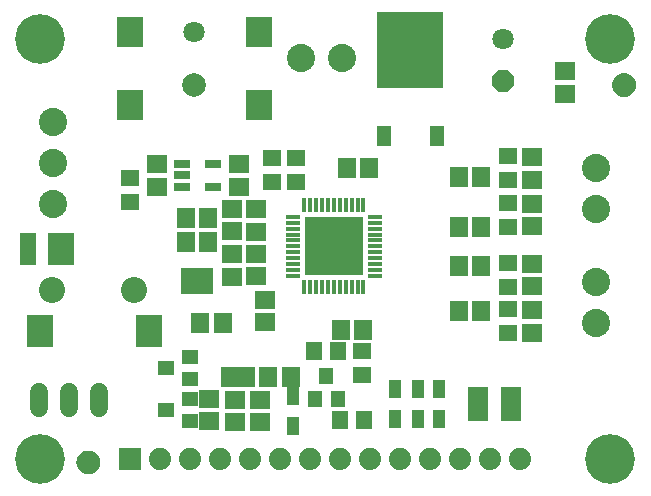
<source format=gbr>
G04 EAGLE Gerber RS-274X export*
G75*
%MOMM*%
%FSLAX34Y34*%
%LPD*%
%INSoldermask Top*%
%IPPOS*%
%AMOC8*
5,1,8,0,0,1.08239X$1,22.5*%
G01*
%ADD10R,4.903200X4.903200*%
%ADD11R,1.150000X0.300000*%
%ADD12R,0.300000X1.150000*%
%ADD13R,2.203200X2.603200*%
%ADD14C,1.803200*%
%ADD15C,2.003200*%
%ADD16C,2.387600*%
%ADD17R,5.603200X6.403200*%
%ADD18R,1.203200X1.803200*%
%ADD19R,1.403200X0.753200*%
%ADD20P,1.951982X8X292.500000*%
%ADD21C,1.803400*%
%ADD22R,1.703200X1.503200*%
%ADD23R,1.503200X1.703200*%
%ADD24R,1.503200X1.403200*%
%ADD25R,1.403200X1.503200*%
%ADD26C,1.524000*%
%ADD27R,1.651000X2.921000*%
%ADD28R,2.921000X1.651000*%
%ADD29R,1.003200X1.553200*%
%ADD30R,1.403200X1.203200*%
%ADD31R,1.203200X1.403200*%
%ADD32C,1.203200*%
%ADD33C,0.500000*%
%ADD34C,4.203200*%
%ADD35R,1.879600X1.879600*%
%ADD36C,1.879600*%
%ADD37R,2.203200X2.703200*%
%ADD38R,2.703200X2.203200*%
%ADD39R,1.403200X2.703200*%
%ADD40C,2.203200*%


D10*
X274000Y205740D03*
D11*
X308750Y180740D03*
X308750Y185740D03*
X308750Y190740D03*
X308750Y195740D03*
X308750Y200740D03*
X308750Y205740D03*
X308750Y210740D03*
X308750Y215740D03*
X308750Y220740D03*
X308750Y225740D03*
X308750Y230740D03*
X239250Y230740D03*
X239250Y225740D03*
X239250Y220740D03*
X239250Y215740D03*
X239250Y210740D03*
X239250Y205740D03*
X239250Y200740D03*
X239250Y195740D03*
X239250Y190740D03*
X239250Y185740D03*
X239250Y180740D03*
D12*
X249000Y170990D03*
X254000Y170990D03*
X259000Y170990D03*
X264000Y170990D03*
X269000Y170990D03*
X274000Y170990D03*
X279000Y170990D03*
X284000Y170990D03*
X289000Y170990D03*
X294000Y170990D03*
X299000Y170990D03*
X299000Y240490D03*
X294000Y240490D03*
X289000Y240490D03*
X284000Y240490D03*
X279000Y240490D03*
X274000Y240490D03*
X269000Y240490D03*
X264000Y240490D03*
X259000Y240490D03*
X254000Y240490D03*
X249000Y240490D03*
D13*
X210890Y387190D03*
X210890Y325190D03*
X100890Y325190D03*
X100890Y387190D03*
D14*
X155890Y387190D03*
D15*
X155890Y342190D03*
D16*
X245840Y365600D03*
X280840Y365600D03*
D17*
X338770Y372090D03*
D18*
X315970Y299090D03*
X361570Y299090D03*
D19*
X145559Y275420D03*
X145559Y265920D03*
X145559Y256420D03*
X171561Y256420D03*
X171561Y275420D03*
D20*
X416810Y346010D03*
D21*
X416810Y381570D03*
D22*
X124480Y256420D03*
X124480Y275420D03*
X469270Y353940D03*
X469270Y334940D03*
X193230Y275420D03*
X193230Y256420D03*
X215326Y160376D03*
X215326Y141376D03*
D23*
X379750Y189230D03*
X398750Y189230D03*
D24*
X421000Y171450D03*
X421000Y191770D03*
X421000Y132080D03*
X421000Y152400D03*
D23*
X379750Y151130D03*
X398750Y151130D03*
X379750Y222250D03*
X398750Y222250D03*
D24*
X421000Y242570D03*
X421000Y222250D03*
X421000Y281940D03*
X421000Y261620D03*
D23*
X379750Y264160D03*
X398750Y264160D03*
D22*
X441320Y262280D03*
X441320Y281280D03*
X441320Y241910D03*
X441320Y222910D03*
D16*
X495930Y272000D03*
X495930Y237000D03*
D22*
X207610Y237260D03*
X207610Y218260D03*
X207610Y180430D03*
X207610Y199430D03*
X188000Y237640D03*
X188000Y218640D03*
X187710Y199100D03*
X187710Y180100D03*
D24*
X242250Y260350D03*
X242250Y280670D03*
X221930Y260350D03*
X221930Y280670D03*
D23*
X148530Y230000D03*
X167530Y230000D03*
X148530Y209710D03*
X167530Y209710D03*
X237510Y95250D03*
X218510Y95250D03*
D22*
X441320Y151740D03*
X441320Y132740D03*
X441320Y172110D03*
X441320Y191110D03*
D16*
X495930Y175480D03*
X495930Y140480D03*
D25*
X257490Y117110D03*
X277810Y117110D03*
D26*
X24220Y82144D02*
X24220Y68936D01*
X75020Y68936D02*
X75020Y82144D01*
X49620Y82144D02*
X49620Y68936D01*
D27*
X423860Y72390D03*
X395920Y72390D03*
D28*
X192720Y95250D03*
D29*
X239710Y53340D03*
X239710Y78740D03*
X362900Y59690D03*
X362900Y85090D03*
X345120Y59690D03*
X345120Y85090D03*
X326070Y59690D03*
X326070Y85090D03*
D23*
X160950Y140650D03*
X179950Y140650D03*
D22*
X168590Y76810D03*
X168590Y57810D03*
X190180Y56810D03*
X190180Y75810D03*
X211770Y56810D03*
X211770Y75810D03*
D30*
X131920Y102870D03*
X151920Y112370D03*
X151920Y93370D03*
X131920Y67310D03*
X151920Y76810D03*
X151920Y57810D03*
D31*
X267650Y96360D03*
X277150Y76360D03*
X258150Y76360D03*
D24*
X298130Y96790D03*
X298130Y117110D03*
D25*
X299400Y58690D03*
X279080Y58690D03*
D32*
X519680Y342232D03*
D33*
X519680Y349732D02*
X519499Y349730D01*
X519318Y349723D01*
X519137Y349712D01*
X518956Y349697D01*
X518776Y349677D01*
X518596Y349653D01*
X518417Y349625D01*
X518239Y349592D01*
X518062Y349555D01*
X517885Y349514D01*
X517710Y349469D01*
X517535Y349419D01*
X517362Y349365D01*
X517191Y349307D01*
X517020Y349245D01*
X516852Y349178D01*
X516685Y349108D01*
X516519Y349034D01*
X516356Y348955D01*
X516195Y348873D01*
X516035Y348787D01*
X515878Y348697D01*
X515723Y348603D01*
X515570Y348506D01*
X515420Y348404D01*
X515272Y348300D01*
X515126Y348191D01*
X514984Y348080D01*
X514844Y347964D01*
X514707Y347846D01*
X514572Y347724D01*
X514441Y347599D01*
X514313Y347471D01*
X514188Y347340D01*
X514066Y347205D01*
X513948Y347068D01*
X513832Y346928D01*
X513721Y346786D01*
X513612Y346640D01*
X513508Y346492D01*
X513406Y346342D01*
X513309Y346189D01*
X513215Y346034D01*
X513125Y345877D01*
X513039Y345717D01*
X512957Y345556D01*
X512878Y345393D01*
X512804Y345227D01*
X512734Y345060D01*
X512667Y344892D01*
X512605Y344721D01*
X512547Y344550D01*
X512493Y344377D01*
X512443Y344202D01*
X512398Y344027D01*
X512357Y343850D01*
X512320Y343673D01*
X512287Y343495D01*
X512259Y343316D01*
X512235Y343136D01*
X512215Y342956D01*
X512200Y342775D01*
X512189Y342594D01*
X512182Y342413D01*
X512180Y342232D01*
X519680Y349732D02*
X519861Y349730D01*
X520042Y349723D01*
X520223Y349712D01*
X520404Y349697D01*
X520584Y349677D01*
X520764Y349653D01*
X520943Y349625D01*
X521121Y349592D01*
X521298Y349555D01*
X521475Y349514D01*
X521650Y349469D01*
X521825Y349419D01*
X521998Y349365D01*
X522169Y349307D01*
X522340Y349245D01*
X522508Y349178D01*
X522675Y349108D01*
X522841Y349034D01*
X523004Y348955D01*
X523165Y348873D01*
X523325Y348787D01*
X523482Y348697D01*
X523637Y348603D01*
X523790Y348506D01*
X523940Y348404D01*
X524088Y348300D01*
X524234Y348191D01*
X524376Y348080D01*
X524516Y347964D01*
X524653Y347846D01*
X524788Y347724D01*
X524919Y347599D01*
X525047Y347471D01*
X525172Y347340D01*
X525294Y347205D01*
X525412Y347068D01*
X525528Y346928D01*
X525639Y346786D01*
X525748Y346640D01*
X525852Y346492D01*
X525954Y346342D01*
X526051Y346189D01*
X526145Y346034D01*
X526235Y345877D01*
X526321Y345717D01*
X526403Y345556D01*
X526482Y345393D01*
X526556Y345227D01*
X526626Y345060D01*
X526693Y344892D01*
X526755Y344721D01*
X526813Y344550D01*
X526867Y344377D01*
X526917Y344202D01*
X526962Y344027D01*
X527003Y343850D01*
X527040Y343673D01*
X527073Y343495D01*
X527101Y343316D01*
X527125Y343136D01*
X527145Y342956D01*
X527160Y342775D01*
X527171Y342594D01*
X527178Y342413D01*
X527180Y342232D01*
X527178Y342051D01*
X527171Y341870D01*
X527160Y341689D01*
X527145Y341508D01*
X527125Y341328D01*
X527101Y341148D01*
X527073Y340969D01*
X527040Y340791D01*
X527003Y340614D01*
X526962Y340437D01*
X526917Y340262D01*
X526867Y340087D01*
X526813Y339914D01*
X526755Y339743D01*
X526693Y339572D01*
X526626Y339404D01*
X526556Y339237D01*
X526482Y339071D01*
X526403Y338908D01*
X526321Y338747D01*
X526235Y338587D01*
X526145Y338430D01*
X526051Y338275D01*
X525954Y338122D01*
X525852Y337972D01*
X525748Y337824D01*
X525639Y337678D01*
X525528Y337536D01*
X525412Y337396D01*
X525294Y337259D01*
X525172Y337124D01*
X525047Y336993D01*
X524919Y336865D01*
X524788Y336740D01*
X524653Y336618D01*
X524516Y336500D01*
X524376Y336384D01*
X524234Y336273D01*
X524088Y336164D01*
X523940Y336060D01*
X523790Y335958D01*
X523637Y335861D01*
X523482Y335767D01*
X523325Y335677D01*
X523165Y335591D01*
X523004Y335509D01*
X522841Y335430D01*
X522675Y335356D01*
X522508Y335286D01*
X522340Y335219D01*
X522169Y335157D01*
X521998Y335099D01*
X521825Y335045D01*
X521650Y334995D01*
X521475Y334950D01*
X521298Y334909D01*
X521121Y334872D01*
X520943Y334839D01*
X520764Y334811D01*
X520584Y334787D01*
X520404Y334767D01*
X520223Y334752D01*
X520042Y334741D01*
X519861Y334734D01*
X519680Y334732D01*
X519499Y334734D01*
X519318Y334741D01*
X519137Y334752D01*
X518956Y334767D01*
X518776Y334787D01*
X518596Y334811D01*
X518417Y334839D01*
X518239Y334872D01*
X518062Y334909D01*
X517885Y334950D01*
X517710Y334995D01*
X517535Y335045D01*
X517362Y335099D01*
X517191Y335157D01*
X517020Y335219D01*
X516852Y335286D01*
X516685Y335356D01*
X516519Y335430D01*
X516356Y335509D01*
X516195Y335591D01*
X516035Y335677D01*
X515878Y335767D01*
X515723Y335861D01*
X515570Y335958D01*
X515420Y336060D01*
X515272Y336164D01*
X515126Y336273D01*
X514984Y336384D01*
X514844Y336500D01*
X514707Y336618D01*
X514572Y336740D01*
X514441Y336865D01*
X514313Y336993D01*
X514188Y337124D01*
X514066Y337259D01*
X513948Y337396D01*
X513832Y337536D01*
X513721Y337678D01*
X513612Y337824D01*
X513508Y337972D01*
X513406Y338122D01*
X513309Y338275D01*
X513215Y338430D01*
X513125Y338587D01*
X513039Y338747D01*
X512957Y338908D01*
X512878Y339071D01*
X512804Y339237D01*
X512734Y339404D01*
X512667Y339572D01*
X512605Y339743D01*
X512547Y339914D01*
X512493Y340087D01*
X512443Y340262D01*
X512398Y340437D01*
X512357Y340614D01*
X512320Y340791D01*
X512287Y340969D01*
X512259Y341148D01*
X512235Y341328D01*
X512215Y341508D01*
X512200Y341689D01*
X512189Y341870D01*
X512182Y342051D01*
X512180Y342232D01*
D32*
X66040Y22860D03*
D33*
X66040Y30360D02*
X65859Y30358D01*
X65678Y30351D01*
X65497Y30340D01*
X65316Y30325D01*
X65136Y30305D01*
X64956Y30281D01*
X64777Y30253D01*
X64599Y30220D01*
X64422Y30183D01*
X64245Y30142D01*
X64070Y30097D01*
X63895Y30047D01*
X63722Y29993D01*
X63551Y29935D01*
X63380Y29873D01*
X63212Y29806D01*
X63045Y29736D01*
X62879Y29662D01*
X62716Y29583D01*
X62555Y29501D01*
X62395Y29415D01*
X62238Y29325D01*
X62083Y29231D01*
X61930Y29134D01*
X61780Y29032D01*
X61632Y28928D01*
X61486Y28819D01*
X61344Y28708D01*
X61204Y28592D01*
X61067Y28474D01*
X60932Y28352D01*
X60801Y28227D01*
X60673Y28099D01*
X60548Y27968D01*
X60426Y27833D01*
X60308Y27696D01*
X60192Y27556D01*
X60081Y27414D01*
X59972Y27268D01*
X59868Y27120D01*
X59766Y26970D01*
X59669Y26817D01*
X59575Y26662D01*
X59485Y26505D01*
X59399Y26345D01*
X59317Y26184D01*
X59238Y26021D01*
X59164Y25855D01*
X59094Y25688D01*
X59027Y25520D01*
X58965Y25349D01*
X58907Y25178D01*
X58853Y25005D01*
X58803Y24830D01*
X58758Y24655D01*
X58717Y24478D01*
X58680Y24301D01*
X58647Y24123D01*
X58619Y23944D01*
X58595Y23764D01*
X58575Y23584D01*
X58560Y23403D01*
X58549Y23222D01*
X58542Y23041D01*
X58540Y22860D01*
X66040Y30360D02*
X66221Y30358D01*
X66402Y30351D01*
X66583Y30340D01*
X66764Y30325D01*
X66944Y30305D01*
X67124Y30281D01*
X67303Y30253D01*
X67481Y30220D01*
X67658Y30183D01*
X67835Y30142D01*
X68010Y30097D01*
X68185Y30047D01*
X68358Y29993D01*
X68529Y29935D01*
X68700Y29873D01*
X68868Y29806D01*
X69035Y29736D01*
X69201Y29662D01*
X69364Y29583D01*
X69525Y29501D01*
X69685Y29415D01*
X69842Y29325D01*
X69997Y29231D01*
X70150Y29134D01*
X70300Y29032D01*
X70448Y28928D01*
X70594Y28819D01*
X70736Y28708D01*
X70876Y28592D01*
X71013Y28474D01*
X71148Y28352D01*
X71279Y28227D01*
X71407Y28099D01*
X71532Y27968D01*
X71654Y27833D01*
X71772Y27696D01*
X71888Y27556D01*
X71999Y27414D01*
X72108Y27268D01*
X72212Y27120D01*
X72314Y26970D01*
X72411Y26817D01*
X72505Y26662D01*
X72595Y26505D01*
X72681Y26345D01*
X72763Y26184D01*
X72842Y26021D01*
X72916Y25855D01*
X72986Y25688D01*
X73053Y25520D01*
X73115Y25349D01*
X73173Y25178D01*
X73227Y25005D01*
X73277Y24830D01*
X73322Y24655D01*
X73363Y24478D01*
X73400Y24301D01*
X73433Y24123D01*
X73461Y23944D01*
X73485Y23764D01*
X73505Y23584D01*
X73520Y23403D01*
X73531Y23222D01*
X73538Y23041D01*
X73540Y22860D01*
X73538Y22679D01*
X73531Y22498D01*
X73520Y22317D01*
X73505Y22136D01*
X73485Y21956D01*
X73461Y21776D01*
X73433Y21597D01*
X73400Y21419D01*
X73363Y21242D01*
X73322Y21065D01*
X73277Y20890D01*
X73227Y20715D01*
X73173Y20542D01*
X73115Y20371D01*
X73053Y20200D01*
X72986Y20032D01*
X72916Y19865D01*
X72842Y19699D01*
X72763Y19536D01*
X72681Y19375D01*
X72595Y19215D01*
X72505Y19058D01*
X72411Y18903D01*
X72314Y18750D01*
X72212Y18600D01*
X72108Y18452D01*
X71999Y18306D01*
X71888Y18164D01*
X71772Y18024D01*
X71654Y17887D01*
X71532Y17752D01*
X71407Y17621D01*
X71279Y17493D01*
X71148Y17368D01*
X71013Y17246D01*
X70876Y17128D01*
X70736Y17012D01*
X70594Y16901D01*
X70448Y16792D01*
X70300Y16688D01*
X70150Y16586D01*
X69997Y16489D01*
X69842Y16395D01*
X69685Y16305D01*
X69525Y16219D01*
X69364Y16137D01*
X69201Y16058D01*
X69035Y15984D01*
X68868Y15914D01*
X68700Y15847D01*
X68529Y15785D01*
X68358Y15727D01*
X68185Y15673D01*
X68010Y15623D01*
X67835Y15578D01*
X67658Y15537D01*
X67481Y15500D01*
X67303Y15467D01*
X67124Y15439D01*
X66944Y15415D01*
X66764Y15395D01*
X66583Y15380D01*
X66402Y15369D01*
X66221Y15362D01*
X66040Y15360D01*
X65859Y15362D01*
X65678Y15369D01*
X65497Y15380D01*
X65316Y15395D01*
X65136Y15415D01*
X64956Y15439D01*
X64777Y15467D01*
X64599Y15500D01*
X64422Y15537D01*
X64245Y15578D01*
X64070Y15623D01*
X63895Y15673D01*
X63722Y15727D01*
X63551Y15785D01*
X63380Y15847D01*
X63212Y15914D01*
X63045Y15984D01*
X62879Y16058D01*
X62716Y16137D01*
X62555Y16219D01*
X62395Y16305D01*
X62238Y16395D01*
X62083Y16489D01*
X61930Y16586D01*
X61780Y16688D01*
X61632Y16792D01*
X61486Y16901D01*
X61344Y17012D01*
X61204Y17128D01*
X61067Y17246D01*
X60932Y17368D01*
X60801Y17493D01*
X60673Y17621D01*
X60548Y17752D01*
X60426Y17887D01*
X60308Y18024D01*
X60192Y18164D01*
X60081Y18306D01*
X59972Y18452D01*
X59868Y18600D01*
X59766Y18750D01*
X59669Y18903D01*
X59575Y19058D01*
X59485Y19215D01*
X59399Y19375D01*
X59317Y19536D01*
X59238Y19699D01*
X59164Y19865D01*
X59094Y20032D01*
X59027Y20200D01*
X58965Y20371D01*
X58907Y20542D01*
X58853Y20715D01*
X58803Y20890D01*
X58758Y21065D01*
X58717Y21242D01*
X58680Y21419D01*
X58647Y21597D01*
X58619Y21776D01*
X58595Y21956D01*
X58575Y22136D01*
X58560Y22317D01*
X58549Y22498D01*
X58542Y22679D01*
X58540Y22860D01*
D34*
X25400Y25400D03*
X508000Y25400D03*
X25400Y381000D03*
X508000Y381000D03*
D23*
X303820Y271780D03*
X284820Y271780D03*
X279740Y135128D03*
X298740Y135128D03*
D35*
X101600Y25400D03*
D36*
X127000Y25400D03*
X152400Y25400D03*
X177800Y25400D03*
X203200Y25400D03*
X228600Y25400D03*
X254000Y25400D03*
X279400Y25400D03*
X304800Y25400D03*
X330200Y25400D03*
X355600Y25400D03*
X381000Y25400D03*
X406400Y25400D03*
X431800Y25400D03*
D16*
X36290Y241360D03*
X36290Y276360D03*
X36290Y311360D03*
D37*
X25000Y133910D03*
X117000Y133910D03*
D38*
X158000Y176410D03*
D37*
X43000Y203910D03*
D39*
X15000Y203910D03*
D40*
X35000Y168910D03*
X105000Y168910D03*
D24*
X101250Y243090D03*
X101250Y263410D03*
M02*

</source>
